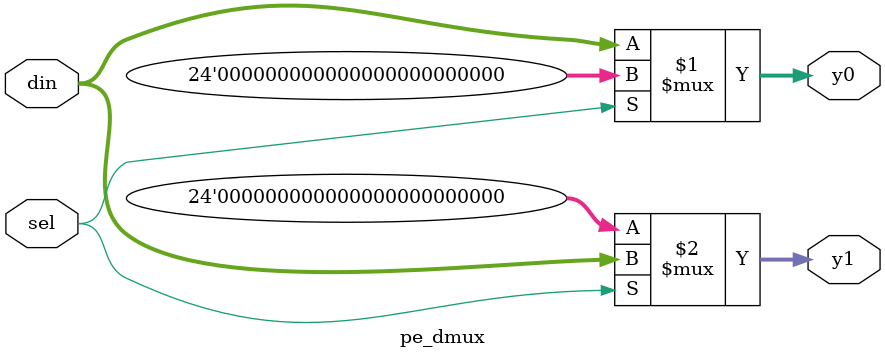
<source format=sv>
module pe_dmux #(
  parameter int W = 24
) (
  input  logic [W-1:0] din,
  input  logic         sel,     // 0 -> y0, 1 -> y1
  output logic [W-1:0] y0,
  output logic [W-1:0] y1
);
  assign y0 = sel ? '0 : din;
  assign y1 = sel ? din : '0;
endmodule

</source>
